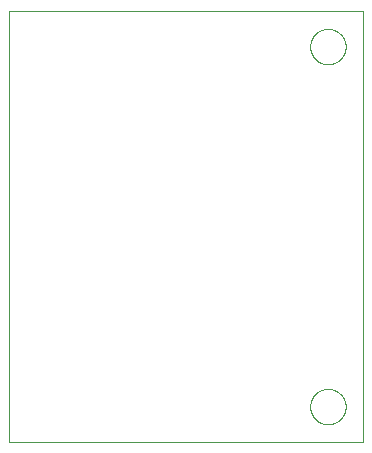
<source format=gbr>
G04 EAGLE Gerber RS-274X export*
G75*
%MOMM*%
%FSLAX34Y34*%
%LPD*%
%AMOC8*
5,1,8,0,0,1.08239X$1,22.5*%
G01*
%ADD10C,0.025400*%
%ADD11C,0.000000*%


D10*
X0Y0D02*
X300000Y0D01*
X300000Y364800D01*
X0Y364800D01*
X0Y0D01*
D11*
X255000Y334800D02*
X255005Y335168D01*
X255018Y335536D01*
X255041Y335903D01*
X255072Y336270D01*
X255113Y336636D01*
X255162Y337001D01*
X255221Y337364D01*
X255288Y337726D01*
X255364Y338087D01*
X255450Y338445D01*
X255543Y338801D01*
X255646Y339154D01*
X255757Y339505D01*
X255877Y339853D01*
X256005Y340198D01*
X256142Y340540D01*
X256287Y340879D01*
X256440Y341213D01*
X256602Y341544D01*
X256771Y341871D01*
X256949Y342193D01*
X257134Y342512D01*
X257327Y342825D01*
X257528Y343134D01*
X257736Y343437D01*
X257952Y343735D01*
X258175Y344028D01*
X258405Y344316D01*
X258642Y344598D01*
X258886Y344873D01*
X259136Y345143D01*
X259393Y345407D01*
X259657Y345664D01*
X259927Y345914D01*
X260202Y346158D01*
X260484Y346395D01*
X260772Y346625D01*
X261065Y346848D01*
X261363Y347064D01*
X261666Y347272D01*
X261975Y347473D01*
X262288Y347666D01*
X262607Y347851D01*
X262929Y348029D01*
X263256Y348198D01*
X263587Y348360D01*
X263921Y348513D01*
X264260Y348658D01*
X264602Y348795D01*
X264947Y348923D01*
X265295Y349043D01*
X265646Y349154D01*
X265999Y349257D01*
X266355Y349350D01*
X266713Y349436D01*
X267074Y349512D01*
X267436Y349579D01*
X267799Y349638D01*
X268164Y349687D01*
X268530Y349728D01*
X268897Y349759D01*
X269264Y349782D01*
X269632Y349795D01*
X270000Y349800D01*
X270368Y349795D01*
X270736Y349782D01*
X271103Y349759D01*
X271470Y349728D01*
X271836Y349687D01*
X272201Y349638D01*
X272564Y349579D01*
X272926Y349512D01*
X273287Y349436D01*
X273645Y349350D01*
X274001Y349257D01*
X274354Y349154D01*
X274705Y349043D01*
X275053Y348923D01*
X275398Y348795D01*
X275740Y348658D01*
X276079Y348513D01*
X276413Y348360D01*
X276744Y348198D01*
X277071Y348029D01*
X277393Y347851D01*
X277712Y347666D01*
X278025Y347473D01*
X278334Y347272D01*
X278637Y347064D01*
X278935Y346848D01*
X279228Y346625D01*
X279516Y346395D01*
X279798Y346158D01*
X280073Y345914D01*
X280343Y345664D01*
X280607Y345407D01*
X280864Y345143D01*
X281114Y344873D01*
X281358Y344598D01*
X281595Y344316D01*
X281825Y344028D01*
X282048Y343735D01*
X282264Y343437D01*
X282472Y343134D01*
X282673Y342825D01*
X282866Y342512D01*
X283051Y342193D01*
X283229Y341871D01*
X283398Y341544D01*
X283560Y341213D01*
X283713Y340879D01*
X283858Y340540D01*
X283995Y340198D01*
X284123Y339853D01*
X284243Y339505D01*
X284354Y339154D01*
X284457Y338801D01*
X284550Y338445D01*
X284636Y338087D01*
X284712Y337726D01*
X284779Y337364D01*
X284838Y337001D01*
X284887Y336636D01*
X284928Y336270D01*
X284959Y335903D01*
X284982Y335536D01*
X284995Y335168D01*
X285000Y334800D01*
X284995Y334432D01*
X284982Y334064D01*
X284959Y333697D01*
X284928Y333330D01*
X284887Y332964D01*
X284838Y332599D01*
X284779Y332236D01*
X284712Y331874D01*
X284636Y331513D01*
X284550Y331155D01*
X284457Y330799D01*
X284354Y330446D01*
X284243Y330095D01*
X284123Y329747D01*
X283995Y329402D01*
X283858Y329060D01*
X283713Y328721D01*
X283560Y328387D01*
X283398Y328056D01*
X283229Y327729D01*
X283051Y327407D01*
X282866Y327088D01*
X282673Y326775D01*
X282472Y326466D01*
X282264Y326163D01*
X282048Y325865D01*
X281825Y325572D01*
X281595Y325284D01*
X281358Y325002D01*
X281114Y324727D01*
X280864Y324457D01*
X280607Y324193D01*
X280343Y323936D01*
X280073Y323686D01*
X279798Y323442D01*
X279516Y323205D01*
X279228Y322975D01*
X278935Y322752D01*
X278637Y322536D01*
X278334Y322328D01*
X278025Y322127D01*
X277712Y321934D01*
X277393Y321749D01*
X277071Y321571D01*
X276744Y321402D01*
X276413Y321240D01*
X276079Y321087D01*
X275740Y320942D01*
X275398Y320805D01*
X275053Y320677D01*
X274705Y320557D01*
X274354Y320446D01*
X274001Y320343D01*
X273645Y320250D01*
X273287Y320164D01*
X272926Y320088D01*
X272564Y320021D01*
X272201Y319962D01*
X271836Y319913D01*
X271470Y319872D01*
X271103Y319841D01*
X270736Y319818D01*
X270368Y319805D01*
X270000Y319800D01*
X269632Y319805D01*
X269264Y319818D01*
X268897Y319841D01*
X268530Y319872D01*
X268164Y319913D01*
X267799Y319962D01*
X267436Y320021D01*
X267074Y320088D01*
X266713Y320164D01*
X266355Y320250D01*
X265999Y320343D01*
X265646Y320446D01*
X265295Y320557D01*
X264947Y320677D01*
X264602Y320805D01*
X264260Y320942D01*
X263921Y321087D01*
X263587Y321240D01*
X263256Y321402D01*
X262929Y321571D01*
X262607Y321749D01*
X262288Y321934D01*
X261975Y322127D01*
X261666Y322328D01*
X261363Y322536D01*
X261065Y322752D01*
X260772Y322975D01*
X260484Y323205D01*
X260202Y323442D01*
X259927Y323686D01*
X259657Y323936D01*
X259393Y324193D01*
X259136Y324457D01*
X258886Y324727D01*
X258642Y325002D01*
X258405Y325284D01*
X258175Y325572D01*
X257952Y325865D01*
X257736Y326163D01*
X257528Y326466D01*
X257327Y326775D01*
X257134Y327088D01*
X256949Y327407D01*
X256771Y327729D01*
X256602Y328056D01*
X256440Y328387D01*
X256287Y328721D01*
X256142Y329060D01*
X256005Y329402D01*
X255877Y329747D01*
X255757Y330095D01*
X255646Y330446D01*
X255543Y330799D01*
X255450Y331155D01*
X255364Y331513D01*
X255288Y331874D01*
X255221Y332236D01*
X255162Y332599D01*
X255113Y332964D01*
X255072Y333330D01*
X255041Y333697D01*
X255018Y334064D01*
X255005Y334432D01*
X255000Y334800D01*
X255000Y30000D02*
X255005Y30368D01*
X255018Y30736D01*
X255041Y31103D01*
X255072Y31470D01*
X255113Y31836D01*
X255162Y32201D01*
X255221Y32564D01*
X255288Y32926D01*
X255364Y33287D01*
X255450Y33645D01*
X255543Y34001D01*
X255646Y34354D01*
X255757Y34705D01*
X255877Y35053D01*
X256005Y35398D01*
X256142Y35740D01*
X256287Y36079D01*
X256440Y36413D01*
X256602Y36744D01*
X256771Y37071D01*
X256949Y37393D01*
X257134Y37712D01*
X257327Y38025D01*
X257528Y38334D01*
X257736Y38637D01*
X257952Y38935D01*
X258175Y39228D01*
X258405Y39516D01*
X258642Y39798D01*
X258886Y40073D01*
X259136Y40343D01*
X259393Y40607D01*
X259657Y40864D01*
X259927Y41114D01*
X260202Y41358D01*
X260484Y41595D01*
X260772Y41825D01*
X261065Y42048D01*
X261363Y42264D01*
X261666Y42472D01*
X261975Y42673D01*
X262288Y42866D01*
X262607Y43051D01*
X262929Y43229D01*
X263256Y43398D01*
X263587Y43560D01*
X263921Y43713D01*
X264260Y43858D01*
X264602Y43995D01*
X264947Y44123D01*
X265295Y44243D01*
X265646Y44354D01*
X265999Y44457D01*
X266355Y44550D01*
X266713Y44636D01*
X267074Y44712D01*
X267436Y44779D01*
X267799Y44838D01*
X268164Y44887D01*
X268530Y44928D01*
X268897Y44959D01*
X269264Y44982D01*
X269632Y44995D01*
X270000Y45000D01*
X270368Y44995D01*
X270736Y44982D01*
X271103Y44959D01*
X271470Y44928D01*
X271836Y44887D01*
X272201Y44838D01*
X272564Y44779D01*
X272926Y44712D01*
X273287Y44636D01*
X273645Y44550D01*
X274001Y44457D01*
X274354Y44354D01*
X274705Y44243D01*
X275053Y44123D01*
X275398Y43995D01*
X275740Y43858D01*
X276079Y43713D01*
X276413Y43560D01*
X276744Y43398D01*
X277071Y43229D01*
X277393Y43051D01*
X277712Y42866D01*
X278025Y42673D01*
X278334Y42472D01*
X278637Y42264D01*
X278935Y42048D01*
X279228Y41825D01*
X279516Y41595D01*
X279798Y41358D01*
X280073Y41114D01*
X280343Y40864D01*
X280607Y40607D01*
X280864Y40343D01*
X281114Y40073D01*
X281358Y39798D01*
X281595Y39516D01*
X281825Y39228D01*
X282048Y38935D01*
X282264Y38637D01*
X282472Y38334D01*
X282673Y38025D01*
X282866Y37712D01*
X283051Y37393D01*
X283229Y37071D01*
X283398Y36744D01*
X283560Y36413D01*
X283713Y36079D01*
X283858Y35740D01*
X283995Y35398D01*
X284123Y35053D01*
X284243Y34705D01*
X284354Y34354D01*
X284457Y34001D01*
X284550Y33645D01*
X284636Y33287D01*
X284712Y32926D01*
X284779Y32564D01*
X284838Y32201D01*
X284887Y31836D01*
X284928Y31470D01*
X284959Y31103D01*
X284982Y30736D01*
X284995Y30368D01*
X285000Y30000D01*
X284995Y29632D01*
X284982Y29264D01*
X284959Y28897D01*
X284928Y28530D01*
X284887Y28164D01*
X284838Y27799D01*
X284779Y27436D01*
X284712Y27074D01*
X284636Y26713D01*
X284550Y26355D01*
X284457Y25999D01*
X284354Y25646D01*
X284243Y25295D01*
X284123Y24947D01*
X283995Y24602D01*
X283858Y24260D01*
X283713Y23921D01*
X283560Y23587D01*
X283398Y23256D01*
X283229Y22929D01*
X283051Y22607D01*
X282866Y22288D01*
X282673Y21975D01*
X282472Y21666D01*
X282264Y21363D01*
X282048Y21065D01*
X281825Y20772D01*
X281595Y20484D01*
X281358Y20202D01*
X281114Y19927D01*
X280864Y19657D01*
X280607Y19393D01*
X280343Y19136D01*
X280073Y18886D01*
X279798Y18642D01*
X279516Y18405D01*
X279228Y18175D01*
X278935Y17952D01*
X278637Y17736D01*
X278334Y17528D01*
X278025Y17327D01*
X277712Y17134D01*
X277393Y16949D01*
X277071Y16771D01*
X276744Y16602D01*
X276413Y16440D01*
X276079Y16287D01*
X275740Y16142D01*
X275398Y16005D01*
X275053Y15877D01*
X274705Y15757D01*
X274354Y15646D01*
X274001Y15543D01*
X273645Y15450D01*
X273287Y15364D01*
X272926Y15288D01*
X272564Y15221D01*
X272201Y15162D01*
X271836Y15113D01*
X271470Y15072D01*
X271103Y15041D01*
X270736Y15018D01*
X270368Y15005D01*
X270000Y15000D01*
X269632Y15005D01*
X269264Y15018D01*
X268897Y15041D01*
X268530Y15072D01*
X268164Y15113D01*
X267799Y15162D01*
X267436Y15221D01*
X267074Y15288D01*
X266713Y15364D01*
X266355Y15450D01*
X265999Y15543D01*
X265646Y15646D01*
X265295Y15757D01*
X264947Y15877D01*
X264602Y16005D01*
X264260Y16142D01*
X263921Y16287D01*
X263587Y16440D01*
X263256Y16602D01*
X262929Y16771D01*
X262607Y16949D01*
X262288Y17134D01*
X261975Y17327D01*
X261666Y17528D01*
X261363Y17736D01*
X261065Y17952D01*
X260772Y18175D01*
X260484Y18405D01*
X260202Y18642D01*
X259927Y18886D01*
X259657Y19136D01*
X259393Y19393D01*
X259136Y19657D01*
X258886Y19927D01*
X258642Y20202D01*
X258405Y20484D01*
X258175Y20772D01*
X257952Y21065D01*
X257736Y21363D01*
X257528Y21666D01*
X257327Y21975D01*
X257134Y22288D01*
X256949Y22607D01*
X256771Y22929D01*
X256602Y23256D01*
X256440Y23587D01*
X256287Y23921D01*
X256142Y24260D01*
X256005Y24602D01*
X255877Y24947D01*
X255757Y25295D01*
X255646Y25646D01*
X255543Y25999D01*
X255450Y26355D01*
X255364Y26713D01*
X255288Y27074D01*
X255221Y27436D01*
X255162Y27799D01*
X255113Y28164D01*
X255072Y28530D01*
X255041Y28897D01*
X255018Y29264D01*
X255005Y29632D01*
X255000Y30000D01*
M02*

</source>
